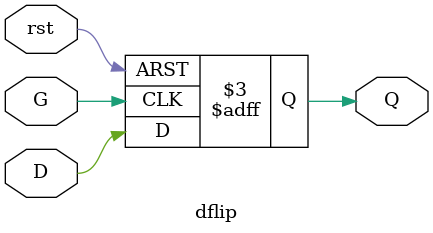
<source format=v>
`timescale 1ns / 1ps


module dflip(
    input D,
    input G,
    input rst,
    output reg Q
    );

always @(posedge(G), posedge(rst))
begin
   if (rst == 1)
       Q <= 1'b0;	// Q is reset to 0
   else
       Q <= D;
end
endmodule

</source>
